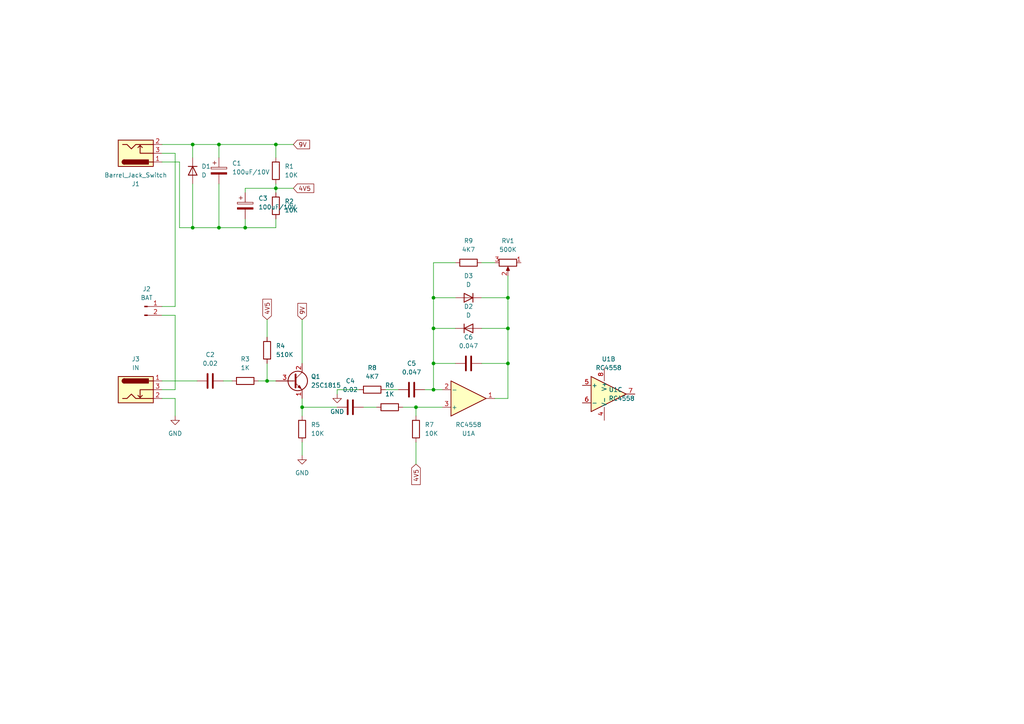
<source format=kicad_sch>
(kicad_sch (version 20230121) (generator eeschema)
  (paper "A4")
  (lib_symbols
    (symbol "Amplifier_Operational:RC4558" (pin_names (offset 0.127))
      (property "Reference" "U" (at 0 5.08 0))
      (property "Value" "RC4558" (at 0 -5.08 0))
      (symbol "RC4558_1_1"
        (polyline (pts (xy -5.08 5.08) (xy 5.08 0) (xy -5.08 -5.08) (xy -5.08 5.08)) (stroke (width 0.254)) (fill (type background)))
        (pin output line (at 7.62 0 180) (length 2.54) (name "~") (number "1"))
        (pin input line (at -7.62 -2.54 0) (length 2.54) (name "-") (number "2"))
        (pin input line (at -7.62 2.54 0) (length 2.54) (name "+") (number "3"))
      )
      (symbol "RC4558_2_1"
        (polyline (pts (xy -5.08 5.08) (xy 5.08 0) (xy -5.08 -5.08) (xy -5.08 5.08)) (stroke (width 0.254)) (fill (type background)))
        (pin input line (at -7.62 2.54 0) (length 2.54) (name "+") (number "5"))
        (pin input line (at -7.62 -2.54 0) (length 2.54) (name "-") (number "6"))
        (pin output line (at 7.62 0 180) (length 2.54) (name "~") (number "7"))
      )
      (symbol "RC4558_3_1"
        (pin power_in line (at -2.54 -7.62 90) (length 3.81) (name "V-") (number "4"))
        (pin power_in line (at -2.54 7.62 270) (length 3.81) (name "V+") (number "8"))
      )
    )
    (symbol "Connector:Barrel_Jack_Switch" (pin_names hide)
      (property "Reference" "J" (at 0 5.334 0))
      (property "Value" "Barrel_Jack_Switch" (at 0 -5.08 0))
      (symbol "Barrel_Jack_Switch_0_1"
        (rectangle (start -5.08 3.81) (end 5.08 -3.81) (stroke (width 0.254)) (fill (type background)))
        (arc (start -3.302 3.175) (mid -3.9343 2.54) (end -3.302 1.905) (stroke (width 0.254)))
        (arc (start -3.302 3.175) (mid -3.9343 2.54) (end -3.302 1.905) (stroke (width 0.254)) (fill (type outline)))
        (polyline (pts (xy 1.27 -2.286) (xy 1.905 -1.651)) (stroke (width 0.254)))
        (polyline (pts (xy 5.08 2.54) (xy 3.81 2.54)) (stroke (width 0.254)))
        (polyline (pts (xy 5.08 0) (xy 1.27 0) (xy 1.27 -2.286) (xy 0.635 -1.651)) (stroke (width 0.254)))
        (polyline (pts (xy -3.81 -2.54) (xy -2.54 -2.54) (xy -1.27 -1.27) (xy 0 -2.54) (xy 2.54 -2.54) (xy 5.08 -2.54)) (stroke (width 0.254)))
        (rectangle (start 3.683 3.175) (end -3.302 1.905) (stroke (width 0.254)) (fill (type outline)))
      )
      (symbol "Barrel_Jack_Switch_1_1"
        (pin passive line (at 7.62 2.54 180) (length 2.54) (name "~") (number "1"))
        (pin passive line (at 7.62 -2.54 180) (length 2.54) (name "~") (number "2"))
        (pin passive line (at 7.62 0 180) (length 2.54) (name "~") (number "3"))
      )
    )
    (symbol "Connector:Conn_01x02_Pin" (pin_names (offset 1.016) hide)
      (property "Reference" "J" (at 0 2.54 0))
      (property "Value" "Conn_01x02_Pin" (at 0 -5.08 0))
      (symbol "Conn_01x02_Pin_1_1"
        (polyline (pts (xy 1.27 -2.54) (xy 0.8636 -2.54)) (stroke (width 0.1524)))
        (polyline (pts (xy 1.27 0) (xy 0.8636 0)) (stroke (width 0.1524)))
        (rectangle (start 0.8636 -2.413) (end 0 -2.667) (stroke (width 0.1524)) (fill (type outline)))
        (rectangle (start 0.8636 0.127) (end 0 -0.127) (stroke (width 0.1524)) (fill (type outline)))
        (pin passive line (at 5.08 0 180) (length 3.81) (name "Pin_1") (number "1"))
        (pin passive line (at 5.08 -2.54 180) (length 3.81) (name "Pin_2") (number "2"))
      )
    )
    (symbol "Device:C" (pin_numbers hide) (pin_names (offset 0.254))
      (property "Reference" "C" (at 0.635 2.54 0))
      (property "Value" "C" (at 0.635 -2.54 0))
      (symbol "C_0_1"
        (polyline (pts (xy -2.032 -0.762) (xy 2.032 -0.762)) (stroke (width 0.508)))
        (polyline (pts (xy -2.032 0.762) (xy 2.032 0.762)) (stroke (width 0.508)))
      )
      (symbol "C_1_1"
        (pin passive line (at 0 3.81 270) (length 2.794) (name "~") (number "1"))
        (pin passive line (at 0 -3.81 90) (length 2.794) (name "~") (number "2"))
      )
    )
    (symbol "Device:C_Polarized" (pin_numbers hide) (pin_names (offset 0.254))
      (property "Reference" "C" (at 0.635 2.54 0))
      (property "Value" "C_Polarized" (at 0.635 -2.54 0))
      (symbol "C_Polarized_0_1"
        (rectangle (start -2.286 0.508) (end 2.286 1.016))
        (polyline (pts (xy -1.778 2.286) (xy -0.762 2.286)))
        (polyline (pts (xy -1.27 2.794) (xy -1.27 1.778)))
        (rectangle (start 2.286 -0.508) (end -2.286 -1.016) (fill (type outline)))
      )
      (symbol "C_Polarized_1_1"
        (pin passive line (at 0 3.81 270) (length 2.794) (name "~") (number "1"))
        (pin passive line (at 0 -3.81 90) (length 2.794) (name "~") (number "2"))
      )
    )
    (symbol "Device:D" (pin_numbers hide) (pin_names (offset 1.016) hide)
      (property "Reference" "D" (at 0 2.54 0))
      (property "Value" "D" (at 0 -2.54 0))
      (symbol "D_0_1"
        (polyline (pts (xy -1.27 1.27) (xy -1.27 -1.27)) (stroke (width 0.254)))
        (polyline (pts (xy 1.27 0) (xy -1.27 0)))
        (polyline (pts (xy 1.27 1.27) (xy 1.27 -1.27) (xy -1.27 0) (xy 1.27 1.27)) (stroke (width 0.254)))
      )
      (symbol "D_1_1"
        (pin passive line (at -3.81 0 0) (length 2.54) (name "K") (number "1"))
        (pin passive line (at 3.81 0 180) (length 2.54) (name "A") (number "2"))
      )
    )
    (symbol "Device:R" (pin_numbers hide) (pin_names (offset 0))
      (property "Reference" "R" (at 2.032 0 90))
      (property "Value" "R" (at 0 0 90))
      (symbol "R_0_1"
        (rectangle (start -1.016 -2.54) (end 1.016 2.54) (stroke (width 0.254)))
      )
      (symbol "R_1_1"
        (pin passive line (at 0 3.81 270) (length 1.27) (name "~") (number "1"))
        (pin passive line (at 0 -3.81 90) (length 1.27) (name "~") (number "2"))
      )
    )
    (symbol "Device:R_Potentiometer" (pin_names (offset 1.016) hide)
      (property "Reference" "RV" (at -4.445 0 90))
      (property "Value" "R_Potentiometer" (at -2.54 0 90))
      (symbol "R_Potentiometer_0_1"
        (polyline (pts (xy 2.54 0) (xy 1.524 0)))
        (polyline (pts (xy 1.143 0) (xy 2.286 0.508) (xy 2.286 -0.508) (xy 1.143 0)) (fill (type outline)))
        (rectangle (start 1.016 2.54) (end -1.016 -2.54) (stroke (width 0.254)))
      )
      (symbol "R_Potentiometer_1_1"
        (pin passive line (at 0 3.81 270) (length 1.27) (name "1") (number "1"))
        (pin passive line (at 3.81 0 180) (length 1.27) (name "2") (number "2"))
        (pin passive line (at 0 -3.81 90) (length 1.27) (name "3") (number "3"))
      )
    )
    (symbol "Transistor_BJT:2SC1815" (pin_names (offset 0) hide)
      (property "Reference" "Q" (at 5.08 1.905 0))
      (property "Value" "2SC1815" (at 5.08 0 0))
      (symbol "2SC1815_0_1"
        (polyline (pts (xy 0 0) (xy 0.508 0)))
        (polyline (pts (xy 0.635 0.635) (xy 2.54 2.54)))
        (polyline (pts (xy 0.635 -0.635) (xy 2.54 -2.54) (xy 2.54 -2.54)))
        (polyline (pts (xy 0.635 1.905) (xy 0.635 -1.905) (xy 0.635 -1.905)) (stroke (width 0.508)))
        (polyline (pts (xy 1.27 -1.778) (xy 1.778 -1.27) (xy 2.286 -2.286) (xy 1.27 -1.778) (xy 1.27 -1.778)) (fill (type outline)))
        (circle (center 1.27 0) (radius 2.8194) (stroke (width 0.254)))
      )
      (symbol "2SC1815_1_1"
        (pin passive line (at 2.54 -5.08 90) (length 2.54) (name "E") (number "1"))
        (pin passive line (at 2.54 5.08 270) (length 2.54) (name "C") (number "2"))
        (pin input line (at -5.08 0 0) (length 5.08) (name "B") (number "3"))
      )
    )
    (symbol "power:GND" (power) (pin_names (offset 0))
      (property "Value" "GND" (at 0 -3.81 0))
      (symbol "GND_0_1"
        (polyline (pts (xy 0 0) (xy 0 -1.27) (xy 1.27 -1.27) (xy 0 -2.54) (xy -1.27 -1.27) (xy 0 -1.27)))
      )
      (symbol "GND_1_1"
        (pin power_in line (at 0 0 270) (length 0) hide (name "GND") (number "1"))
      )
    )
  )
  (junction (at 77.47 110.49))
  (junction (at 71.12 66.04))
  (junction (at 120.65 118.11))
  (junction (at 55.88 66.04))
  (junction (at 80.01 54.61))
  (junction (at 80.01 41.91))
  (junction (at 147.32 86.36))
  (junction (at 125.73 95.25))
  (junction (at 87.63 118.11))
  (junction (at 125.73 105.41))
  (junction (at 55.88 41.91))
  (junction (at 147.32 105.41))
  (junction (at 63.5 66.04))
  (junction (at 63.5 41.91))
  (junction (at 125.73 86.36))
  (junction (at 125.73 113.03))
  (junction (at 147.32 95.25))
  (wire (pts (xy 50.8 91.44) (xy 50.8 113.03)))
  (wire (pts (xy 46.99 46.99) (xy 52.07 46.99)))
  (wire (pts (xy 87.63 92.71) (xy 87.63 105.41)))
  (wire (pts (xy 80.01 54.61) (xy 85.09 54.61)))
  (wire (pts (xy 80.01 41.91) (xy 85.09 41.91)))
  (wire (pts (xy 46.99 110.49) (xy 57.15 110.49)))
  (wire (pts (xy 63.5 45.72) (xy 63.5 41.91)))
  (wire (pts (xy 71.12 55.88) (xy 71.12 54.61)))
  (wire (pts (xy 139.7 86.36) (xy 147.32 86.36)))
  (wire (pts (xy 71.12 54.61) (xy 80.01 54.61)))
  (wire (pts (xy 63.5 53.34) (xy 63.5 66.04)))
  (wire (pts (xy 147.32 95.25) (xy 147.32 105.41)))
  (wire (pts (xy 132.08 86.36) (xy 125.73 86.36)))
  (wire (pts (xy 77.47 110.49) (xy 80.01 110.49)))
  (wire (pts (xy 87.63 118.11) (xy 87.63 120.65)))
  (wire (pts (xy 139.7 95.25) (xy 147.32 95.25)))
  (wire (pts (xy 147.32 86.36) (xy 147.32 95.25)))
  (wire (pts (xy 147.32 105.41) (xy 147.32 115.57)))
  (wire (pts (xy 125.73 105.41) (xy 125.73 113.03)))
  (wire (pts (xy 80.01 66.04) (xy 71.12 66.04)))
  (wire (pts (xy 64.77 110.49) (xy 67.31 110.49)))
  (wire (pts (xy 97.79 114.3) (xy 97.79 113.03)))
  (wire (pts (xy 132.08 95.25) (xy 125.73 95.25)))
  (wire (pts (xy 132.08 76.2) (xy 125.73 76.2)))
  (wire (pts (xy 125.73 76.2) (xy 125.73 86.36)))
  (wire (pts (xy 125.73 95.25) (xy 125.73 105.41)))
  (wire (pts (xy 87.63 128.27) (xy 87.63 132.08)))
  (wire (pts (xy 55.88 41.91) (xy 55.88 45.72)))
  (wire (pts (xy 63.5 66.04) (xy 55.88 66.04)))
  (wire (pts (xy 80.01 45.72) (xy 80.01 41.91)))
  (wire (pts (xy 63.5 41.91) (xy 55.88 41.91)))
  (wire (pts (xy 139.7 105.41) (xy 147.32 105.41)))
  (wire (pts (xy 139.7 76.2) (xy 143.51 76.2)))
  (wire (pts (xy 132.08 105.41) (xy 125.73 105.41)))
  (wire (pts (xy 71.12 63.5) (xy 71.12 66.04)))
  (wire (pts (xy 46.99 41.91) (xy 55.88 41.91)))
  (wire (pts (xy 50.8 120.65) (xy 50.8 115.57)))
  (wire (pts (xy 116.84 118.11) (xy 120.65 118.11)))
  (wire (pts (xy 80.01 63.5) (xy 80.01 66.04)))
  (wire (pts (xy 125.73 113.03) (xy 128.27 113.03)))
  (wire (pts (xy 120.65 118.11) (xy 120.65 120.65)))
  (wire (pts (xy 120.65 128.27) (xy 120.65 134.62)))
  (wire (pts (xy 120.65 118.11) (xy 128.27 118.11)))
  (wire (pts (xy 147.32 115.57) (xy 143.51 115.57)))
  (wire (pts (xy 125.73 86.36) (xy 125.73 95.25)))
  (wire (pts (xy 71.12 66.04) (xy 63.5 66.04)))
  (wire (pts (xy 50.8 113.03) (xy 46.99 113.03)))
  (wire (pts (xy 77.47 110.49) (xy 74.93 110.49)))
  (wire (pts (xy 55.88 66.04) (xy 55.88 53.34)))
  (wire (pts (xy 111.76 113.03) (xy 115.57 113.03)))
  (wire (pts (xy 109.22 118.11) (xy 105.41 118.11)))
  (wire (pts (xy 52.07 66.04) (xy 55.88 66.04)))
  (wire (pts (xy 50.8 88.9) (xy 46.99 88.9)))
  (wire (pts (xy 87.63 115.57) (xy 87.63 118.11)))
  (wire (pts (xy 80.01 53.34) (xy 80.01 54.61)))
  (wire (pts (xy 80.01 54.61) (xy 80.01 55.88)))
  (wire (pts (xy 46.99 91.44) (xy 50.8 91.44)))
  (wire (pts (xy 50.8 44.45) (xy 50.8 88.9)))
  (wire (pts (xy 77.47 92.71) (xy 77.47 97.79)))
  (wire (pts (xy 52.07 46.99) (xy 52.07 66.04)))
  (wire (pts (xy 87.63 118.11) (xy 97.79 118.11)))
  (wire (pts (xy 97.79 113.03) (xy 104.14 113.03)))
  (wire (pts (xy 80.01 41.91) (xy 63.5 41.91)))
  (wire (pts (xy 147.32 80.01) (xy 147.32 86.36)))
  (wire (pts (xy 123.19 113.03) (xy 125.73 113.03)))
  (wire (pts (xy 50.8 115.57) (xy 46.99 115.57)))
  (wire (pts (xy 77.47 105.41) (xy 77.47 110.49)))
  (wire (pts (xy 46.99 44.45) (xy 50.8 44.45)))
  (global_label "4V5" (shape input) (at 85.09 54.61 0) (property "Intersheetrefs" "${INTERSHEET_REFS}" (effects hide)))
  (global_label "9V" (shape input) (at 85.09 41.91 0) (property "Intersheetrefs" "${INTERSHEET_REFS}" (effects hide)))
  (global_label "9V" (shape input) (at 87.63 92.71 90) (property "Intersheetrefs" "${INTERSHEET_REFS}" (effects hide)))
  (global_label "4V5" (shape input) (at 120.65 134.62 270) (property "Intersheetrefs" "${INTERSHEET_REFS}" (effects hide)))
  (global_label "4V5" (shape input) (at 77.47 92.71 90) (property "Intersheetrefs" "${INTERSHEET_REFS}" (effects hide)))
  (symbol (lib_id "Device:C_Polarized") (at 71.12 59.69 0) (unit 1)
    (property "Reference" "C3" (at 74.93 57.531 0) (effects (justify left)))
    (property "Value" "100uF/10V" (at 74.93 60.071 0) (effects (justify left)))
    (property "Footprint" "Capacitor_THT:CP_Radial_D5.0mm_P2.50mm" (effects hide))
  )
  (symbol (lib_id "Connector:Barrel_Jack_Switch") (at 39.37 44.45 0) (mirror x) (unit 1)
    (property "Reference" "J1" (at 39.37 53.34 0))
    (property "Value" "Barrel_Jack_Switch" (at 39.37 50.8 0))
    (property "Footprint" "Connector_BarrelJack:BarrelJack_Wuerth_6941xx301002" (effects hide))
  )
  (symbol (lib_id "Device:D") (at 55.88 49.53 270) (unit 1)
    (property "Reference" "D1" (at 58.42 48.26 90) (effects (justify left)))
    (property "Value" "D" (at 58.42 50.8 90) (effects (justify left)))
    (property "Footprint" "Diode_THT:D_A-405_P7.62mm_Horizontal" (effects hide))
    (property "Sim.Device" "D" (effects hide))
    (property "Sim.Pins" "1=K 2=A" (effects hide))
  )
  (symbol (lib_id "Device:R") (at 87.63 124.46 180) (unit 1)
    (property "Reference" "R5" (at 90.17 123.19 0) (effects (justify right)))
    (property "Value" "10K" (at 90.17 125.73 0) (effects (justify right)))
    (property "Footprint" "Resistor_THT:R_Axial_DIN0207_L6.3mm_D2.5mm_P7.62mm_Horizontal" (effects hide))
  )
  (symbol (lib_id "Transistor_BJT:2SC1815") (at 85.09 110.49 0) (unit 1)
    (property "Reference" "Q1" (at 90.17 109.22 0) (effects (justify left)))
    (property "Value" "2SC1815" (at 90.17 111.76 0) (effects (justify left)))
    (property "Footprint" "Package_TO_SOT_THT:TO-92_Inline" (effects hide))
    (property "Datasheet" "https://media.digikey.com/pdf/Data%20Sheets/Toshiba%20PDFs/2SC1815.pdf" (effects hide))
  )
  (symbol (lib_id "Connector:Conn_01x02_Pin") (at 41.91 88.9 0) (unit 1)
    (property "Reference" "J2" (at 42.545 83.82 0))
    (property "Value" "BAT" (at 42.545 86.36 0))
  )
  (symbol (lib_id "power:GND") (at 87.63 132.08 0) (unit 1)
    (property "Reference" "#PWR02" (effects hide))
    (property "Value" "GND" (at 87.63 137.16 0))
  )
  (symbol (lib_id "Device:C") (at 101.6 118.11 90) (unit 1)
    (property "Reference" "C4" (at 101.6 110.49 90))
    (property "Value" "0.02" (at 101.6 113.03 90))
    (property "Footprint" "Capacitor_THT:C_Disc_D4.3mm_W1.9mm_P5.00mm" (effects hide))
  )
  (symbol (lib_id "Device:R") (at 71.12 110.49 90) (unit 1)
    (property "Reference" "R3" (at 71.12 104.14 90))
    (property "Value" "1K" (at 71.12 106.68 90))
    (property "Footprint" "Resistor_THT:R_Axial_DIN0207_L6.3mm_D2.5mm_P7.62mm_Horizontal" (effects hide))
  )
  (symbol (lib_id "power:GND") (at 97.79 114.3 0) (unit 1)
    (property "Reference" "#PWR03" (effects hide))
    (property "Value" "GND" (at 97.79 119.38 0))
  )
  (symbol (lib_id "Device:C") (at 60.96 110.49 90) (unit 1)
    (property "Reference" "C2" (at 60.96 102.87 90))
    (property "Value" "0.02" (at 60.96 105.41 90))
    (property "Footprint" "Capacitor_THT:C_Disc_D4.3mm_W1.9mm_P5.00mm" (effects hide))
  )
  (symbol (lib_id "Device:R") (at 120.65 124.46 180) (unit 1)
    (property "Reference" "R7" (at 123.19 123.19 0) (effects (justify right)))
    (property "Value" "10K" (at 123.19 125.73 0) (effects (justify right)))
    (property "Footprint" "Resistor_THT:R_Axial_DIN0207_L6.3mm_D2.5mm_P7.62mm_Horizontal" (effects hide))
  )
  (symbol (lib_id "Device:R") (at 113.03 118.11 90) (unit 1)
    (property "Reference" "R6" (at 113.03 111.76 90))
    (property "Value" "1K" (at 113.03 114.3 90))
    (property "Footprint" "Resistor_THT:R_Axial_DIN0207_L6.3mm_D2.5mm_P7.62mm_Horizontal" (effects hide))
  )
  (symbol (lib_id "Device:R") (at 80.01 49.53 0) (unit 1)
    (property "Reference" "R1" (at 82.55 48.26 0) (effects (justify left)))
    (property "Value" "10K" (at 82.55 50.8 0) (effects (justify left)))
    (property "Footprint" "Resistor_THT:R_Axial_DIN0207_L6.3mm_D2.5mm_P7.62mm_Horizontal" (effects hide))
  )
  (symbol (lib_id "Device:R") (at 80.01 59.69 0) (unit 1)
    (property "Reference" "R2" (at 82.55 58.42 0) (effects (justify left)))
    (property "Value" "10K" (at 82.55 60.96 0) (effects (justify left)))
    (property "Footprint" "Resistor_THT:R_Axial_DIN0207_L6.3mm_D2.5mm_P7.62mm_Horizontal" (effects hide))
  )
  (symbol (lib_id "Device:R") (at 77.47 101.6 180) (unit 1)
    (property "Reference" "R4" (at 80.01 100.33 0) (effects (justify right)))
    (property "Value" "510K" (at 80.01 102.87 0) (effects (justify right)))
    (property "Footprint" "Resistor_THT:R_Axial_DIN0207_L6.3mm_D2.5mm_P7.62mm_Horizontal" (effects hide))
  )
  (symbol (lib_id "Connector:Barrel_Jack_Switch") (at 39.37 113.03 0) (unit 1)
    (property "Reference" "J3" (at 39.37 104.14 0))
    (property "Value" "IN" (at 39.37 106.68 0))
  )
  (symbol (lib_id "Device:R_Potentiometer") (at 147.32 76.2 270) (unit 1)
    (property "Reference" "RV1" (at 147.32 69.85 90))
    (property "Value" "500K" (at 147.32 72.39 90))
  )
  (symbol (lib_id "Device:D") (at 135.89 95.25 0) (unit 1)
    (property "Reference" "D2" (at 135.89 88.9 0))
    (property "Value" "D" (at 135.89 91.44 0))
    (property "Footprint" "Diode_THT:D_A-405_P7.62mm_Horizontal" (effects hide))
    (property "Sim.Device" "D" (effects hide))
    (property "Sim.Pins" "1=K 2=A" (effects hide))
  )
  (symbol (lib_id "Device:R") (at 107.95 113.03 90) (unit 1)
    (property "Reference" "R8" (at 107.95 106.68 90))
    (property "Value" "4K7" (at 107.95 109.22 90))
    (property "Footprint" "Resistor_THT:R_Axial_DIN0207_L6.3mm_D2.5mm_P7.62mm_Horizontal" (effects hide))
  )
  (symbol (lib_id "Device:C") (at 135.89 105.41 90) (unit 1)
    (property "Reference" "C6" (at 135.89 97.79 90))
    (property "Value" "0.047" (at 135.89 100.33 90))
    (property "Footprint" "Capacitor_THT:C_Disc_D4.3mm_W1.9mm_P5.00mm" (effects hide))
  )
  (symbol (lib_id "Device:C_Polarized") (at 63.5 49.53 0) (unit 1)
    (property "Reference" "C1" (at 67.31 47.371 0) (effects (justify left)))
    (property "Value" "100uF/10V" (at 67.31 49.911 0) (effects (justify left)))
    (property "Footprint" "Capacitor_THT:CP_Radial_D5.0mm_P2.50mm" (effects hide))
  )
  (symbol (lib_id "power:GND") (at 50.8 120.65 0) (unit 1)
    (property "Reference" "#PWR01" (effects hide))
    (property "Value" "GND" (at 50.8 125.73 0))
  )
  (symbol (lib_id "Amplifier_Operational:RC4558") (at 135.89 115.57 0) (mirror x) (unit 1)
    (property "Reference" "U1" (at 135.89 125.73 0))
    (property "Value" "RC4558" (at 135.89 123.19 0))
    (property "Datasheet" "http://www.ti.com/lit/ds/symlink/rc4558.pdf" (effects hide))
  )
  (symbol (lib_id "Amplifier_Operational:RC4558") (at 177.8 114.3 0) (unit 3)
    (property "Reference" "U1" (at 176.53 113.03 0) (effects (justify left)))
    (property "Value" "RC4558" (at 176.53 115.57 0) (effects (justify left)))
    (property "Datasheet" "http://www.ti.com/lit/ds/symlink/rc4558.pdf" (effects hide))
  )
  (symbol (lib_id "Device:R") (at 135.89 76.2 90) (unit 1)
    (property "Reference" "R9" (at 135.89 69.85 90))
    (property "Value" "4K7" (at 135.89 72.39 90))
    (property "Footprint" "Resistor_THT:R_Axial_DIN0207_L6.3mm_D2.5mm_P7.62mm_Horizontal" (effects hide))
  )
  (symbol (lib_id "Device:C") (at 119.38 113.03 90) (unit 1)
    (property "Reference" "C5" (at 119.38 105.41 90))
    (property "Value" "0.047" (at 119.38 107.95 90))
    (property "Footprint" "Capacitor_THT:C_Disc_D4.3mm_W1.9mm_P5.00mm" (effects hide))
  )
  (symbol (lib_id "Amplifier_Operational:RC4558") (at 176.53 114.3 0) (unit 2)
    (property "Reference" "U1" (at 176.53 104.14 0))
    (property "Value" "RC4558" (at 176.53 106.68 0))
    (property "Datasheet" "http://www.ti.com/lit/ds/symlink/rc4558.pdf" (effects hide))
  )
  (symbol (lib_id "Device:D") (at 135.89 86.36 180) (unit 1)
    (property "Reference" "D3" (at 135.89 80.01 0))
    (property "Value" "D" (at 135.89 82.55 0))
    (property "Footprint" "Diode_THT:D_A-405_P7.62mm_Horizontal" (effects hide))
    (property "Sim.Device" "D" (effects hide))
    (property "Sim.Pins" "1=K 2=A" (effects hide))
  )
)
</source>
